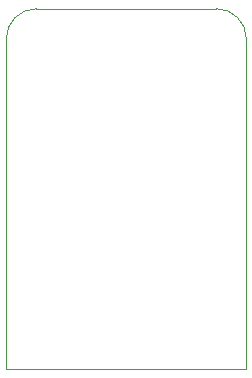
<source format=gbr>
G04 #@! TF.GenerationSoftware,KiCad,Pcbnew,(5.1.2)-2*
G04 #@! TF.CreationDate,2019-11-25T02:53:00-05:00*
G04 #@! TF.ProjectId,esp82single,65737038-3273-4696-9e67-6c652e6b6963,rev?*
G04 #@! TF.SameCoordinates,Original*
G04 #@! TF.FileFunction,Profile,NP*
%FSLAX46Y46*%
G04 Gerber Fmt 4.6, Leading zero omitted, Abs format (unit mm)*
G04 Created by KiCad (PCBNEW (5.1.2)-2) date 2019-11-25 02:53:00*
%MOMM*%
%LPD*%
G04 APERTURE LIST*
%ADD10C,0.050000*%
G04 APERTURE END LIST*
D10*
X127000000Y-69850000D02*
X127000000Y-97790000D01*
X127000000Y-69850000D02*
G75*
G02X129540000Y-67310000I2540000J0D01*
G01*
X144780000Y-67310000D02*
X129540000Y-67310000D01*
X144780000Y-67310000D02*
G75*
G02X147320000Y-69850000I0J-2540000D01*
G01*
X147320000Y-97790000D02*
X147320000Y-69850000D01*
X127000000Y-97790000D02*
X147320000Y-97790000D01*
M02*

</source>
